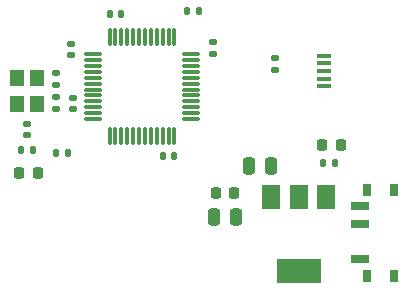
<source format=gbr>
%TF.GenerationSoftware,KiCad,Pcbnew,7.0.1-0*%
%TF.CreationDate,2023-10-24T00:04:38+02:00*%
%TF.ProjectId,SMT-32,534d542d-3332-42e6-9b69-6361645f7063,rev?*%
%TF.SameCoordinates,Original*%
%TF.FileFunction,Paste,Top*%
%TF.FilePolarity,Positive*%
%FSLAX46Y46*%
G04 Gerber Fmt 4.6, Leading zero omitted, Abs format (unit mm)*
G04 Created by KiCad (PCBNEW 7.0.1-0) date 2023-10-24 00:04:38*
%MOMM*%
%LPD*%
G01*
G04 APERTURE LIST*
G04 Aperture macros list*
%AMRoundRect*
0 Rectangle with rounded corners*
0 $1 Rounding radius*
0 $2 $3 $4 $5 $6 $7 $8 $9 X,Y pos of 4 corners*
0 Add a 4 corners polygon primitive as box body*
4,1,4,$2,$3,$4,$5,$6,$7,$8,$9,$2,$3,0*
0 Add four circle primitives for the rounded corners*
1,1,$1+$1,$2,$3*
1,1,$1+$1,$4,$5*
1,1,$1+$1,$6,$7*
1,1,$1+$1,$8,$9*
0 Add four rect primitives between the rounded corners*
20,1,$1+$1,$2,$3,$4,$5,0*
20,1,$1+$1,$4,$5,$6,$7,0*
20,1,$1+$1,$6,$7,$8,$9,0*
20,1,$1+$1,$8,$9,$2,$3,0*%
G04 Aperture macros list end*
%ADD10R,1.200000X1.400000*%
%ADD11RoundRect,0.140000X0.140000X0.170000X-0.140000X0.170000X-0.140000X-0.170000X0.140000X-0.170000X0*%
%ADD12R,1.500000X2.000000*%
%ADD13R,3.800000X2.000000*%
%ADD14R,0.800000X1.000000*%
%ADD15R,1.500000X0.700000*%
%ADD16RoundRect,0.140000X-0.170000X0.140000X-0.170000X-0.140000X0.170000X-0.140000X0.170000X0.140000X0*%
%ADD17RoundRect,0.225000X0.225000X0.250000X-0.225000X0.250000X-0.225000X-0.250000X0.225000X-0.250000X0*%
%ADD18RoundRect,0.140000X0.170000X-0.140000X0.170000X0.140000X-0.170000X0.140000X-0.170000X-0.140000X0*%
%ADD19RoundRect,0.218750X0.218750X0.256250X-0.218750X0.256250X-0.218750X-0.256250X0.218750X-0.256250X0*%
%ADD20RoundRect,0.135000X-0.135000X-0.185000X0.135000X-0.185000X0.135000X0.185000X-0.135000X0.185000X0*%
%ADD21RoundRect,0.250000X0.250000X0.475000X-0.250000X0.475000X-0.250000X-0.475000X0.250000X-0.475000X0*%
%ADD22RoundRect,0.075000X-0.075000X-0.662500X0.075000X-0.662500X0.075000X0.662500X-0.075000X0.662500X0*%
%ADD23RoundRect,0.075000X-0.662500X-0.075000X0.662500X-0.075000X0.662500X0.075000X-0.662500X0.075000X0*%
%ADD24R,1.300000X0.450000*%
%ADD25RoundRect,0.218750X-0.218750X-0.256250X0.218750X-0.256250X0.218750X0.256250X-0.218750X0.256250X0*%
%ADD26RoundRect,0.135000X0.135000X0.185000X-0.135000X0.185000X-0.135000X-0.185000X0.135000X-0.185000X0*%
%ADD27RoundRect,0.140000X-0.140000X-0.170000X0.140000X-0.170000X0.140000X0.170000X-0.140000X0.170000X0*%
%ADD28RoundRect,0.135000X0.185000X-0.135000X0.185000X0.135000X-0.185000X0.135000X-0.185000X-0.135000X0*%
G04 APERTURE END LIST*
D10*
%TO.C,Y2*%
X85150000Y-37400000D03*
X85150000Y-39600000D03*
X86850000Y-39600000D03*
X86850000Y-37400000D03*
%TD*%
D11*
%TO.C,C7*%
X88490000Y-43800000D03*
X89450000Y-43800000D03*
%TD*%
D12*
%TO.C,U2*%
X106700000Y-47500000D03*
D13*
X109000000Y-53800000D03*
D12*
X109000000Y-47500000D03*
X111300000Y-47500000D03*
%TD*%
D14*
%TO.C,SW1*%
X114840000Y-46900000D03*
X117050000Y-54200000D03*
X117050000Y-46900000D03*
X114840000Y-54200000D03*
D15*
X114190000Y-52800000D03*
X114190000Y-49800000D03*
X114190000Y-48300000D03*
%TD*%
D11*
%TO.C,C8*%
X86480000Y-43500000D03*
X85520000Y-43500000D03*
%TD*%
D16*
%TO.C,C6*%
X89916000Y-40076000D03*
X89916000Y-39116000D03*
%TD*%
D11*
%TO.C,C4*%
X98460000Y-44000000D03*
X97500000Y-44000000D03*
%TD*%
D16*
%TO.C,C11*%
X88500000Y-39060000D03*
X88500000Y-40020000D03*
%TD*%
D17*
%TO.C,C5*%
X103575000Y-47150000D03*
X102025000Y-47150000D03*
%TD*%
D18*
%TO.C,C3*%
X101800000Y-35380000D03*
X101800000Y-34420000D03*
%TD*%
D19*
%TO.C,FB1*%
X86925000Y-45450000D03*
X85350000Y-45450000D03*
%TD*%
D20*
%TO.C,R3*%
X112120000Y-44600000D03*
X111100000Y-44600000D03*
%TD*%
D21*
%TO.C,C13*%
X101850000Y-49200000D03*
X103750000Y-49200000D03*
%TD*%
D16*
%TO.C,C10*%
X88500000Y-37040000D03*
X88500000Y-38000000D03*
%TD*%
%TO.C,C9*%
X86000000Y-41300000D03*
X86000000Y-42260000D03*
%TD*%
D18*
%TO.C,C1*%
X89750000Y-35510000D03*
X89750000Y-34550000D03*
%TD*%
D22*
%TO.C,U1*%
X93000000Y-34000000D03*
X93500000Y-34000000D03*
X94000000Y-34000000D03*
X94500000Y-34000000D03*
X95000000Y-34000000D03*
X95500000Y-34000000D03*
X96000000Y-34000000D03*
X96500000Y-34000000D03*
X97000000Y-34000000D03*
X97500000Y-34000000D03*
X98000000Y-34000000D03*
X98500000Y-34000000D03*
D23*
X99912500Y-35412500D03*
X99912500Y-35912500D03*
X99912500Y-36412500D03*
X99912500Y-36912500D03*
X99912500Y-37412500D03*
X99912500Y-37912500D03*
X99912500Y-38412500D03*
X99912500Y-38912500D03*
X99912500Y-39412500D03*
X99912500Y-39912500D03*
X99912500Y-40412500D03*
X99912500Y-40912500D03*
D22*
X98500000Y-42325000D03*
X98000000Y-42325000D03*
X97500000Y-42325000D03*
X97000000Y-42325000D03*
X96500000Y-42325000D03*
X96000000Y-42325000D03*
X95500000Y-42325000D03*
X95000000Y-42325000D03*
X94500000Y-42325000D03*
X94000000Y-42325000D03*
X93500000Y-42325000D03*
X93000000Y-42325000D03*
D23*
X91587500Y-40912500D03*
X91587500Y-40412500D03*
X91587500Y-39912500D03*
X91587500Y-39412500D03*
X91587500Y-38912500D03*
X91587500Y-38412500D03*
X91587500Y-37912500D03*
X91587500Y-37412500D03*
X91587500Y-36912500D03*
X91587500Y-36412500D03*
X91587500Y-35912500D03*
X91587500Y-35412500D03*
%TD*%
D24*
%TO.C,J1*%
X111200000Y-38150000D03*
X111200000Y-37500000D03*
X111200000Y-36850000D03*
X111200000Y-36200000D03*
X111200000Y-35550000D03*
%TD*%
D25*
%TO.C,D1*%
X112600000Y-43100000D03*
X111025000Y-43100000D03*
%TD*%
D21*
%TO.C,C12*%
X104800000Y-44900000D03*
X106700000Y-44900000D03*
%TD*%
D26*
%TO.C,R1*%
X99564000Y-31750000D03*
X100584000Y-31750000D03*
%TD*%
D27*
%TO.C,C2*%
X93020000Y-32000000D03*
X93980000Y-32000000D03*
%TD*%
D28*
%TO.C,R2*%
X107050000Y-36720000D03*
X107050000Y-35700000D03*
%TD*%
M02*

</source>
